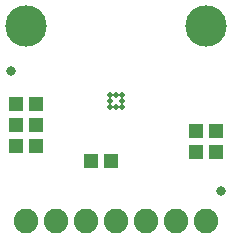
<source format=gbr>
G04 EAGLE Gerber RS-274X export*
G75*
%MOMM*%
%FSLAX34Y34*%
%LPD*%
%INSoldermask Top*%
%IPPOS*%
%AMOC8*
5,1,8,0,0,1.08239X$1,22.5*%
G01*
%ADD10C,0.508000*%
%ADD11R,1.303200X1.203200*%
%ADD12C,2.082800*%
%ADD13C,3.505200*%
%ADD14C,0.838200*%


D10*
X96596Y114300D03*
X106604Y114300D03*
X96596Y119304D03*
X101600Y119304D03*
X106604Y119304D03*
X96596Y109296D03*
X101600Y109296D03*
X106604Y109296D03*
D11*
X33900Y76200D03*
X16900Y76200D03*
X33900Y93980D03*
X16900Y93980D03*
X33900Y111760D03*
X16900Y111760D03*
X186300Y88900D03*
X169300Y88900D03*
X186300Y71120D03*
X169300Y71120D03*
X80400Y63500D03*
X97400Y63500D03*
D12*
X25400Y12700D03*
X50800Y12700D03*
X76200Y12700D03*
X101600Y12700D03*
X127000Y12700D03*
X152400Y12700D03*
X177800Y12700D03*
D13*
X25400Y177800D03*
X177800Y177800D03*
D14*
X12700Y139700D03*
X190500Y38100D03*
M02*

</source>
